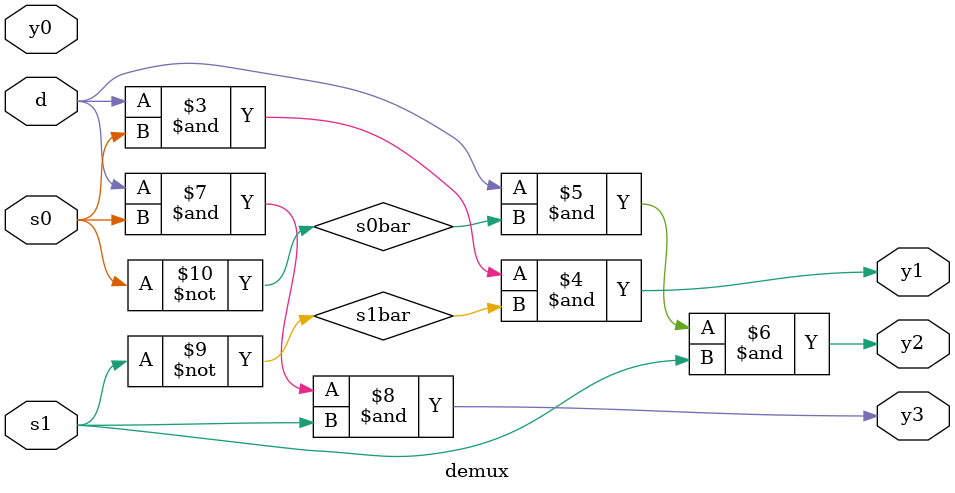
<source format=v>
`timescale 1ns / 1ps
module demux(d,s0,s1,y0,y1,y2,y3);
input d,s0,s1,y0;
output y1,y2,y3;
wire s1bar,s0bar;
not(s1bar,s1);
not(s0bar,s0);
and(y0,d,s0bar,s1bar);
and(y1,d,s0,s1bar);
and(y2,d,s0bar,s1);
and(y3,d,s0,s1);
endmodule

</source>
